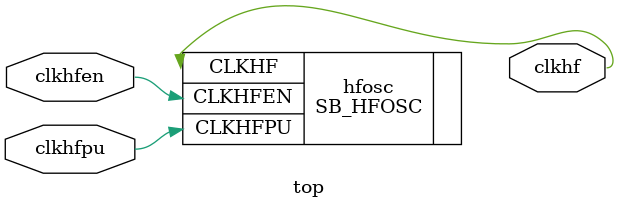
<source format=v>
module top (
    input clkhfpu,
    input clkhfen,
    output clkhf
);
SB_HFOSC #(

  .CLKHF_DIV("0b10")
) hfosc (
  .CLKHFPU(clkhfpu),
  .CLKHFEN(clkhfen),
  .CLKHF(clkhf)
); 
endmodule

</source>
